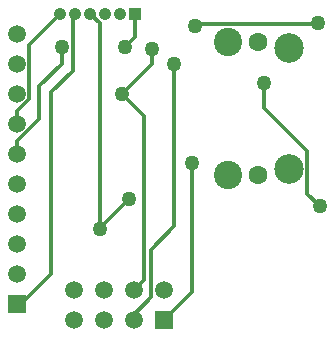
<source format=gbl>
%FSLAX25Y25*%
%MOIN*%
G70*
G01*
G75*
G04 Layer_Physical_Order=2*
G04 Layer_Color=16711680*
%ADD10R,0.07874X0.01969*%
%ADD11C,0.01200*%
%ADD12C,0.04200*%
%ADD13R,0.04200X0.04200*%
%ADD14R,0.05906X0.05906*%
%ADD15C,0.05906*%
%ADD16R,0.05906X0.05906*%
%ADD17C,0.05000*%
%ADD18C,0.06299*%
%ADD19C,0.09449*%
%ADD20C,0.09843*%
D11*
X217000Y387500D02*
X224500Y395000D01*
X217000Y376627D02*
Y387500D01*
X209500Y369127D02*
X217000Y376627D01*
X224500Y395000D02*
Y400500D01*
X221000Y385500D02*
X228200Y392700D01*
X221000Y325000D02*
Y385500D01*
X211000Y315000D02*
X221000Y325000D01*
X228200Y392700D02*
Y410700D01*
X269000Y407500D02*
X269669Y408169D01*
X309668D02*
X310000Y408500D01*
X269669Y408169D02*
X309668D01*
X209500Y375000D02*
Y379127D01*
X213653Y383280D01*
Y401153D01*
X224000Y411500D01*
X209500Y365000D02*
Y369127D01*
X245500Y400500D02*
X249000Y404000D01*
Y411500D01*
X248500Y309500D02*
Y311364D01*
X254253Y317117D01*
X262000Y340737D02*
Y395000D01*
X254253Y317117D02*
Y332990D01*
X248500Y319500D02*
X252000Y323000D01*
Y377500D01*
X244500Y385000D02*
X252000Y377500D01*
X254253Y332990D02*
X262000Y340737D01*
X306358Y351642D02*
X310500Y347500D01*
X306358Y351642D02*
Y365846D01*
X292000Y380203D02*
X306358Y365846D01*
X292000Y380203D02*
Y388500D01*
X258500Y309500D02*
X268000Y319000D01*
Y362000D01*
X228200Y410700D02*
X229000Y411500D01*
X234000D02*
X237125Y408375D01*
Y340000D02*
Y340125D01*
Y408375D01*
X237000Y340000D02*
X237125Y340125D01*
X246875Y349875D01*
X244500Y385000D02*
X254500Y395000D01*
Y400000D01*
X209500Y315000D02*
X211000D01*
D12*
X224000Y411500D02*
D03*
X229000D02*
D03*
X234000D02*
D03*
X239000D02*
D03*
X244000D02*
D03*
D13*
X249000D02*
D03*
D14*
X209500Y315000D02*
D03*
D15*
Y325000D02*
D03*
Y345000D02*
D03*
Y355000D02*
D03*
Y365000D02*
D03*
Y375000D02*
D03*
Y385000D02*
D03*
Y395000D02*
D03*
Y405000D02*
D03*
Y335000D02*
D03*
X228500Y309500D02*
D03*
X258500Y319500D02*
D03*
X248500D02*
D03*
Y309500D02*
D03*
X238500Y319500D02*
D03*
Y309500D02*
D03*
X228500Y319500D02*
D03*
D16*
X258500Y309500D02*
D03*
D17*
X269000Y407500D02*
D03*
X310000Y408500D02*
D03*
X246750Y350000D02*
D03*
X237125Y340000D02*
D03*
X244500Y385000D02*
D03*
X224500Y400500D02*
D03*
X245500D02*
D03*
X262000Y395000D02*
D03*
X254500Y400000D02*
D03*
X310500Y347500D02*
D03*
X292000Y388500D02*
D03*
X268000Y362000D02*
D03*
D18*
X290000Y402047D02*
D03*
Y357953D02*
D03*
D19*
X279764Y357756D02*
D03*
Y402244D02*
D03*
D20*
X300236Y359724D02*
D03*
Y400276D02*
D03*
M02*

</source>
